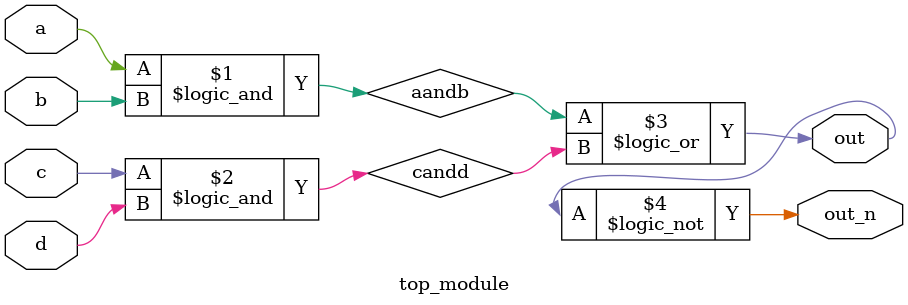
<source format=v>
`default_nettype none
module top_module(
    input a,
    input b,
    input c,
    input d,
    output out,
    output out_n   ); 
    
    wire aandb;
    wire candd;
    
    assign aandb = a && b;
    assign candd = c && d;
    
    assign out = aandb || candd;
	assign out_n = !out;

endmodule

</source>
